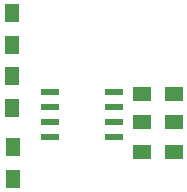
<source format=gtp>
G04 #@! TF.FileFunction,Paste,Top*
%FSLAX46Y46*%
G04 Gerber Fmt 4.6, Leading zero omitted, Abs format (unit mm)*
G04 Created by KiCad (PCBNEW 4.0.1-stable) date 5/29/2016 12:54:54 PM*
%MOMM*%
G01*
G04 APERTURE LIST*
%ADD10C,0.100000*%
%ADD11R,1.500000X1.300000*%
%ADD12R,1.300000X1.500000*%
%ADD13R,1.550000X0.600000*%
G04 APERTURE END LIST*
D10*
D11*
X181260000Y-118610000D03*
X178560000Y-118610000D03*
D12*
X167560000Y-109550000D03*
X167560000Y-106850000D03*
X167580000Y-112180000D03*
X167580000Y-114880000D03*
X167670000Y-118130000D03*
X167670000Y-120830000D03*
D11*
X181260000Y-113710000D03*
X178560000Y-113710000D03*
D13*
X170749001Y-113464000D03*
X170749001Y-114734000D03*
X170749001Y-116004000D03*
X170749001Y-117274000D03*
X176149001Y-117274000D03*
X176149001Y-116004000D03*
X176149001Y-114734000D03*
X176149001Y-113464000D03*
D11*
X178580000Y-116010000D03*
X181280000Y-116010000D03*
M02*

</source>
